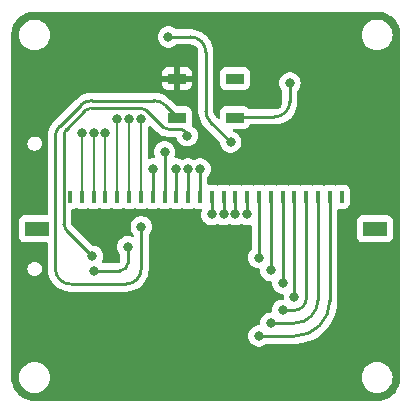
<source format=gtl>
%TF.GenerationSoftware,KiCad,Pcbnew,7.0.7*%
%TF.CreationDate,2023-12-07T16:32:09+01:00*%
%TF.ProjectId,SensitiveSole,53656e73-6974-4697-9665-536f6c652e6b,1.0*%
%TF.SameCoordinates,Original*%
%TF.FileFunction,Copper,L1,Top*%
%TF.FilePolarity,Positive*%
%FSLAX46Y46*%
G04 Gerber Fmt 4.6, Leading zero omitted, Abs format (unit mm)*
G04 Created by KiCad (PCBNEW 7.0.7) date 2023-12-07 16:32:09*
%MOMM*%
%LPD*%
G01*
G04 APERTURE LIST*
%TA.AperFunction,SMDPad,CuDef*%
%ADD10R,0.400000X1.000000*%
%TD*%
%TA.AperFunction,SMDPad,CuDef*%
%ADD11R,2.000000X1.300000*%
%TD*%
%TA.AperFunction,SMDPad,CuDef*%
%ADD12R,1.500000X0.900000*%
%TD*%
%TA.AperFunction,ViaPad*%
%ADD13C,0.800000*%
%TD*%
%TA.AperFunction,Conductor*%
%ADD14C,0.250000*%
%TD*%
%TA.AperFunction,Conductor*%
%ADD15C,0.200000*%
%TD*%
G04 APERTURE END LIST*
D10*
%TO.P,FPC1,1,Pin_1*%
%TO.N,unconnected-(FPC1-Pin_1-Pad1)*%
X125000000Y-102700000D03*
%TO.P,FPC1,2,Pin_2*%
%TO.N,/ROW0*%
X126000000Y-102700000D03*
%TO.P,FPC1,3,Pin_3*%
%TO.N,/ROW1*%
X127000000Y-102700000D03*
%TO.P,FPC1,4,Pin_4*%
%TO.N,/ROW2*%
X128000000Y-102700000D03*
%TO.P,FPC1,5,Pin_5*%
%TO.N,/ROW3*%
X129000000Y-102700000D03*
%TO.P,FPC1,6,Pin_6*%
%TO.N,/ROW4*%
X130000000Y-102700000D03*
%TO.P,FPC1,7,Pin_7*%
%TO.N,/ROW5*%
X131000000Y-102700000D03*
%TO.P,FPC1,8,Pin_8*%
%TO.N,/ROW6*%
X132000000Y-102700000D03*
%TO.P,FPC1,9,Pin_9*%
%TO.N,/ROW7*%
X133000000Y-102700000D03*
%TO.P,FPC1,10,Pin_10*%
%TO.N,/ROW8*%
X134000000Y-102700000D03*
%TO.P,FPC1,11,Pin_11*%
%TO.N,/ROW9*%
X135000000Y-102700000D03*
%TO.P,FPC1,12,Pin_12*%
%TO.N,/ROW10*%
X136000000Y-102700000D03*
%TO.P,FPC1,13,Pin_13*%
%TO.N,/ROW11*%
X137000000Y-102700000D03*
%TO.P,FPC1,14,Pin_14*%
%TO.N,/ROW12*%
X138000000Y-102700000D03*
%TO.P,FPC1,15,Pin_15*%
%TO.N,/ROW13*%
X139000000Y-102700000D03*
%TO.P,FPC1,16,Pin_16*%
%TO.N,/ROW14*%
X140000000Y-102700000D03*
%TO.P,FPC1,17,Pin_17*%
%TO.N,/COL6*%
X141000000Y-102700000D03*
%TO.P,FPC1,18,Pin_18*%
%TO.N,/COL5*%
X142000000Y-102700000D03*
%TO.P,FPC1,19,Pin_19*%
%TO.N,/COL4*%
X143000000Y-102700000D03*
%TO.P,FPC1,20,Pin_20*%
%TO.N,/COL3*%
X144000000Y-102700000D03*
%TO.P,FPC1,21,Pin_21*%
%TO.N,/COL2*%
X145000000Y-102700000D03*
%TO.P,FPC1,22,Pin_22*%
%TO.N,/COL1*%
X146000000Y-102700000D03*
%TO.P,FPC1,23,Pin_23*%
%TO.N,/COL0*%
X147000000Y-102700000D03*
%TO.P,FPC1,24,Pin_24*%
%TO.N,unconnected-(FPC1-Pin_24-Pad24)*%
X148000000Y-102700000D03*
D11*
%TO.P,FPC1,MP*%
%TO.N,N/C*%
X122200000Y-105400000D03*
X150800000Y-105400000D03*
%TD*%
D12*
%TO.P,D1,1,VSS*%
%TO.N,GND*%
X134050000Y-92700000D03*
%TO.P,D1,2,DIN*%
%TO.N,Net-(D1-DIN)*%
X134050000Y-96000000D03*
%TO.P,D1,3,VDD*%
%TO.N,Net-(D1-VDD)*%
X138950000Y-96000000D03*
%TO.P,D1,4,DOUT*%
%TO.N,unconnected-(D1-DOUT-Pad4)*%
X138950000Y-92700000D03*
%TD*%
D13*
%TO.N,GND*%
X122000014Y-95504000D03*
X149098000Y-92964000D03*
X132088000Y-113275000D03*
X139192000Y-106426000D03*
X130810000Y-90925000D03*
X149098000Y-101092000D03*
%TO.N,+3.3V*%
X138600000Y-98075000D03*
X129900000Y-106934000D03*
X127000000Y-108966000D03*
X133329517Y-89172500D03*
%TO.N,/IO2*%
X126900000Y-107749986D03*
X134910000Y-97532500D03*
%TO.N,/COL6*%
X141000000Y-107850000D03*
%TO.N,/COL5*%
X142000000Y-108933300D03*
%TO.N,/COL4*%
X143000000Y-110016700D03*
%TO.N,/COL3*%
X144000000Y-111208300D03*
%TO.N,/COL2*%
X143000000Y-112333300D03*
%TO.N,/COL1*%
X142000000Y-113416700D03*
%TO.N,/COL0*%
X141000000Y-114500000D03*
%TO.N,/ROW7*%
X133000000Y-98933000D03*
%TO.N,/ROW6*%
X132000000Y-100360000D03*
%TO.N,/ROW5*%
X131000000Y-96125000D03*
%TO.N,/ROW4*%
X130000000Y-96125000D03*
%TO.N,/ROW3*%
X129000000Y-96125000D03*
%TO.N,/ROW2*%
X128000000Y-97275000D03*
%TO.N,/ROW1*%
X127000000Y-97275000D03*
%TO.N,/ROW0*%
X126000000Y-97275000D03*
%TO.N,/ROW14*%
X140000000Y-104200000D03*
%TO.N,/ROW13*%
X139000000Y-104200000D03*
%TO.N,/ROW12*%
X138000000Y-104200000D03*
%TO.N,/ROW11*%
X137000000Y-104200000D03*
%TO.N,/ROW10*%
X136000000Y-100363500D03*
%TO.N,/ROW9*%
X135000000Y-100363500D03*
%TO.N,/ROW8*%
X134000000Y-100360000D03*
%TO.N,Net-(D1-VDD)*%
X143610000Y-93070000D03*
%TO.N,Net-(D1-DIN)*%
X131034000Y-105249986D03*
%TD*%
D14*
%TO.N,+3.3V*%
X136880761Y-96355761D02*
X138600000Y-98075000D01*
X127000000Y-108966000D02*
X129250000Y-108966000D01*
X136500000Y-90472500D02*
X136500000Y-95436522D01*
X133329517Y-89172500D02*
X135200000Y-89172500D01*
X129900000Y-108316000D02*
X129900000Y-106934000D01*
X129250000Y-108966000D02*
G75*
G03*
X129900000Y-108316000I0J650000D01*
G01*
X136500000Y-90472500D02*
G75*
G03*
X135200000Y-89172500I-1300000J0D01*
G01*
X136499985Y-95436522D02*
G75*
G03*
X136880762Y-96355760I1300015J22D01*
G01*
%TO.N,/IO2*%
X124475000Y-105055747D02*
X124475000Y-97487069D01*
X124665381Y-97027449D02*
X126296568Y-95396262D01*
X126900000Y-107749986D02*
X124665380Y-105515366D01*
X134910000Y-97532500D02*
X134910000Y-97532500D01*
X133327239Y-96990000D02*
X134367500Y-96990000D01*
X131464263Y-95396263D02*
X132867620Y-96799620D01*
X126756187Y-95205882D02*
X131004643Y-95205882D01*
X124474967Y-105055747D02*
G75*
G03*
X124665380Y-105515366I650033J47D01*
G01*
X132867601Y-96799639D02*
G75*
G03*
X133327239Y-96990000I459599J459639D01*
G01*
X131464245Y-95396281D02*
G75*
G03*
X131004643Y-95205882I-459645J-459619D01*
G01*
X134910000Y-97532500D02*
G75*
G03*
X134367500Y-96990000I-542500J0D01*
G01*
X124665397Y-97027465D02*
G75*
G03*
X124475000Y-97487069I459603J-459635D01*
G01*
X126756187Y-95205878D02*
G75*
G03*
X126296568Y-95396262I13J-650022D01*
G01*
%TO.N,/COL6*%
X141000000Y-102700000D02*
X141000000Y-107850000D01*
%TO.N,/COL5*%
X142000000Y-102700000D02*
X142000000Y-108933300D01*
%TO.N,/COL4*%
X143000000Y-102700000D02*
X143000000Y-110016700D01*
%TO.N,/COL3*%
X144000000Y-102700000D02*
X144000000Y-111208300D01*
%TO.N,/COL2*%
X143081100Y-112318800D02*
X144000000Y-112318800D01*
X145000000Y-111318800D02*
X145000000Y-102700000D01*
X144000000Y-112318800D02*
G75*
G03*
X145000000Y-111318800I0J1000000D01*
G01*
%TO.N,/COL1*%
X142072300Y-113411000D02*
X144000000Y-113411000D01*
X146000000Y-111411000D02*
X146000000Y-102700000D01*
X144000000Y-113411000D02*
G75*
G03*
X146000000Y-111411000I0J2000000D01*
G01*
%TO.N,/COL0*%
X141063400Y-114503200D02*
X144000000Y-114503200D01*
X147000000Y-111503200D02*
X147000000Y-102700000D01*
X144000000Y-114503200D02*
G75*
G03*
X147000000Y-111503200I0J3000000D01*
G01*
%TO.N,/ROW7*%
X133000000Y-102700000D02*
X133000000Y-98933000D01*
%TO.N,/ROW6*%
X132000000Y-102700000D02*
X132000000Y-100360000D01*
D15*
%TO.N,/ROW5*%
X131000000Y-102700000D02*
X131000000Y-96125000D01*
%TO.N,/ROW4*%
X130000000Y-102700000D02*
X130000000Y-96125000D01*
%TO.N,/ROW3*%
X129000000Y-102700000D02*
X129000000Y-96125000D01*
%TO.N,/ROW2*%
X128000000Y-102700000D02*
X128000000Y-97275000D01*
%TO.N,/ROW1*%
X127000000Y-102700000D02*
X127000000Y-97275000D01*
%TO.N,/ROW0*%
X126000000Y-102700000D02*
X126000000Y-97275000D01*
D14*
%TO.N,/ROW14*%
X140000000Y-104200000D02*
X140000000Y-102700000D01*
%TO.N,/ROW13*%
X139000000Y-102700000D02*
X139000000Y-104200000D01*
%TO.N,/ROW12*%
X138000000Y-102700000D02*
X138000000Y-104200000D01*
%TO.N,/ROW11*%
X137000000Y-102700000D02*
X137000000Y-104200000D01*
%TO.N,/ROW10*%
X136000000Y-102700000D02*
X136000000Y-100363500D01*
%TO.N,/ROW9*%
X135000000Y-102700000D02*
X135000000Y-100363500D01*
%TO.N,/ROW8*%
X134000000Y-102700000D02*
X134000000Y-100360000D01*
%TO.N,Net-(D1-VDD)*%
X143610000Y-93070000D02*
X143610000Y-94650000D01*
X142310000Y-95950000D02*
X138950000Y-95950000D01*
X142310000Y-95950000D02*
G75*
G03*
X143610000Y-94650000I0J1300000D01*
G01*
%TO.N,Net-(D1-DIN)*%
X126829976Y-94562455D02*
X132123977Y-94562455D01*
X123750000Y-108800000D02*
X123750000Y-97642431D01*
X124130761Y-96723192D02*
X125910737Y-94943216D01*
X131034000Y-105249986D02*
X131034000Y-108800000D01*
X133043216Y-94943216D02*
X134050000Y-95950000D01*
X129734000Y-110100000D02*
X125050000Y-110100000D01*
X123750000Y-108800000D02*
G75*
G03*
X125050000Y-110100000I1300000J0D01*
G01*
X129734000Y-110100000D02*
G75*
G03*
X131034000Y-108800000I0J1300000D01*
G01*
X126829976Y-94562422D02*
G75*
G03*
X125910737Y-94943216I24J-1299978D01*
G01*
X124130746Y-96723177D02*
G75*
G03*
X123750000Y-97642431I919254J-919223D01*
G01*
X133043237Y-94943195D02*
G75*
G03*
X132123977Y-94562455I-919237J-919305D01*
G01*
%TD*%
%TA.AperFunction,Conductor*%
%TO.N,GND*%
G36*
X151002038Y-87025618D02*
G01*
X151253686Y-87042114D01*
X151261722Y-87043172D01*
X151507061Y-87091974D01*
X151514898Y-87094073D01*
X151751767Y-87174482D01*
X151759267Y-87177589D01*
X151869904Y-87232148D01*
X151983618Y-87288226D01*
X151990642Y-87292283D01*
X152119094Y-87378111D01*
X152198632Y-87431257D01*
X152205068Y-87436196D01*
X152393133Y-87601126D01*
X152398873Y-87606866D01*
X152563803Y-87794931D01*
X152568744Y-87801369D01*
X152589642Y-87832645D01*
X152707716Y-88009357D01*
X152711776Y-88016387D01*
X152822410Y-88240732D01*
X152825517Y-88248232D01*
X152905924Y-88485097D01*
X152908025Y-88492939D01*
X152956826Y-88738275D01*
X152957886Y-88746323D01*
X152961467Y-88800944D01*
X152973372Y-88982568D01*
X152974381Y-88997952D01*
X152974514Y-89002009D01*
X152974514Y-117997949D01*
X152974381Y-118002005D01*
X152957889Y-118253653D01*
X152956829Y-118261702D01*
X152908031Y-118507037D01*
X152905929Y-118514879D01*
X152825525Y-118751749D01*
X152822418Y-118759249D01*
X152711784Y-118983597D01*
X152707725Y-118990628D01*
X152568755Y-119198615D01*
X152563812Y-119205056D01*
X152398883Y-119393124D01*
X152393143Y-119398865D01*
X152205078Y-119563796D01*
X152198636Y-119568739D01*
X151990653Y-119707710D01*
X151983622Y-119711769D01*
X151759272Y-119822409D01*
X151751771Y-119825516D01*
X151514906Y-119905922D01*
X151507064Y-119908023D01*
X151261727Y-119956826D01*
X151253678Y-119957886D01*
X151145298Y-119964990D01*
X151002465Y-119974353D01*
X150998417Y-119974486D01*
X122002050Y-119974486D01*
X121997995Y-119974353D01*
X121746342Y-119957861D01*
X121738292Y-119956801D01*
X121492970Y-119908003D01*
X121485128Y-119905902D01*
X121248251Y-119825496D01*
X121240755Y-119822391D01*
X121016408Y-119711755D01*
X121009379Y-119707697D01*
X120905386Y-119638211D01*
X120801390Y-119568724D01*
X120794958Y-119563788D01*
X120606884Y-119398852D01*
X120601145Y-119393113D01*
X120553128Y-119338360D01*
X120436209Y-119205039D01*
X120431277Y-119198611D01*
X120292301Y-118990618D01*
X120288246Y-118983596D01*
X120177604Y-118759236D01*
X120174505Y-118751754D01*
X120140800Y-118652460D01*
X120094097Y-118514871D01*
X120091996Y-118507029D01*
X120089528Y-118494625D01*
X120043196Y-118261694D01*
X120042138Y-118253657D01*
X120025647Y-118002004D01*
X120025581Y-118000001D01*
X120694546Y-118000001D01*
X120714378Y-118226686D01*
X120714380Y-118226697D01*
X120773272Y-118446488D01*
X120773275Y-118446497D01*
X120869445Y-118652732D01*
X120869446Y-118652734D01*
X120999968Y-118839141D01*
X121160872Y-119000045D01*
X121160875Y-119000047D01*
X121347280Y-119130568D01*
X121553518Y-119226739D01*
X121773322Y-119285635D01*
X121943230Y-119300500D01*
X122056798Y-119300500D01*
X122226706Y-119285635D01*
X122446510Y-119226739D01*
X122652748Y-119130568D01*
X122839153Y-119000047D01*
X123000061Y-118839139D01*
X123130582Y-118652734D01*
X123226753Y-118446496D01*
X123285649Y-118226692D01*
X123305482Y-118000001D01*
X149694532Y-118000001D01*
X149714364Y-118226686D01*
X149714366Y-118226697D01*
X149773258Y-118446488D01*
X149773261Y-118446497D01*
X149869431Y-118652732D01*
X149869432Y-118652734D01*
X149999954Y-118839141D01*
X150160858Y-119000045D01*
X150160861Y-119000047D01*
X150347266Y-119130568D01*
X150553504Y-119226739D01*
X150773308Y-119285635D01*
X150943216Y-119300500D01*
X151056784Y-119300500D01*
X151226692Y-119285635D01*
X151446496Y-119226739D01*
X151652734Y-119130568D01*
X151839139Y-119000047D01*
X152000047Y-118839139D01*
X152130568Y-118652734D01*
X152226739Y-118446496D01*
X152285635Y-118226692D01*
X152305468Y-118000000D01*
X152285635Y-117773308D01*
X152226739Y-117553504D01*
X152130568Y-117347266D01*
X152000047Y-117160861D01*
X152000045Y-117160858D01*
X151839141Y-116999954D01*
X151652734Y-116869432D01*
X151652732Y-116869431D01*
X151446497Y-116773261D01*
X151446488Y-116773258D01*
X151226697Y-116714366D01*
X151226687Y-116714364D01*
X151056784Y-116699500D01*
X150943216Y-116699500D01*
X150773312Y-116714364D01*
X150773302Y-116714366D01*
X150553511Y-116773258D01*
X150553502Y-116773261D01*
X150347267Y-116869431D01*
X150347265Y-116869432D01*
X150160858Y-116999954D01*
X149999954Y-117160858D01*
X149869432Y-117347265D01*
X149869431Y-117347267D01*
X149773261Y-117553502D01*
X149773258Y-117553511D01*
X149714366Y-117773302D01*
X149714364Y-117773313D01*
X149694532Y-117999998D01*
X149694532Y-118000001D01*
X123305482Y-118000001D01*
X123305482Y-118000000D01*
X123285649Y-117773308D01*
X123226753Y-117553504D01*
X123130582Y-117347266D01*
X123000061Y-117160861D01*
X123000059Y-117160858D01*
X122839155Y-116999954D01*
X122652748Y-116869432D01*
X122652746Y-116869431D01*
X122446511Y-116773261D01*
X122446502Y-116773258D01*
X122226711Y-116714366D01*
X122226701Y-116714364D01*
X122056798Y-116699500D01*
X121943230Y-116699500D01*
X121773326Y-116714364D01*
X121773316Y-116714366D01*
X121553525Y-116773258D01*
X121553516Y-116773261D01*
X121347281Y-116869431D01*
X121347279Y-116869432D01*
X121160872Y-116999954D01*
X120999968Y-117160858D01*
X120869446Y-117347265D01*
X120869445Y-117347267D01*
X120773275Y-117553502D01*
X120773272Y-117553511D01*
X120714380Y-117773302D01*
X120714378Y-117773313D01*
X120694546Y-117999998D01*
X120694546Y-118000001D01*
X120025581Y-118000001D01*
X120025514Y-117997949D01*
X120025514Y-108799987D01*
X121394332Y-108799987D01*
X121414969Y-108956746D01*
X121414970Y-108956748D01*
X121475478Y-109102827D01*
X121571732Y-109228268D01*
X121697173Y-109324522D01*
X121843252Y-109385030D01*
X121960653Y-109400486D01*
X121960660Y-109400486D01*
X122039368Y-109400486D01*
X122039375Y-109400486D01*
X122156776Y-109385030D01*
X122302855Y-109324522D01*
X122428296Y-109228268D01*
X122524550Y-109102827D01*
X122585058Y-108956748D01*
X122605696Y-108799986D01*
X122605239Y-108796517D01*
X122585058Y-108643225D01*
X122585058Y-108643224D01*
X122524550Y-108497145D01*
X122428296Y-108371704D01*
X122302855Y-108275450D01*
X122156776Y-108214942D01*
X122156774Y-108214941D01*
X122039384Y-108199487D01*
X122039381Y-108199486D01*
X122039375Y-108199486D01*
X121960653Y-108199486D01*
X121960647Y-108199486D01*
X121960643Y-108199487D01*
X121843253Y-108214941D01*
X121843251Y-108214942D01*
X121697174Y-108275449D01*
X121571732Y-108371704D01*
X121475477Y-108497146D01*
X121414970Y-108643223D01*
X121414969Y-108643225D01*
X121394332Y-108799984D01*
X121394332Y-108799987D01*
X120025514Y-108799987D01*
X120025514Y-106098654D01*
X120691500Y-106098654D01*
X120698011Y-106159202D01*
X120698011Y-106159204D01*
X120733793Y-106255135D01*
X120749111Y-106296204D01*
X120836739Y-106413261D01*
X120953796Y-106500889D01*
X121090799Y-106551989D01*
X121118050Y-106554918D01*
X121151345Y-106558499D01*
X121151362Y-106558500D01*
X122992500Y-106558500D01*
X123059539Y-106578185D01*
X123105294Y-106630989D01*
X123116500Y-106682500D01*
X123116500Y-108926728D01*
X123149581Y-109178013D01*
X123215183Y-109422841D01*
X123312173Y-109656996D01*
X123312178Y-109657007D01*
X123438899Y-109876492D01*
X123438910Y-109876508D01*
X123593196Y-110077579D01*
X123593202Y-110077586D01*
X123772413Y-110256797D01*
X123772419Y-110256802D01*
X123973500Y-110411096D01*
X123973507Y-110411100D01*
X124192992Y-110537821D01*
X124192997Y-110537823D01*
X124193000Y-110537825D01*
X124427163Y-110634818D01*
X124671983Y-110700418D01*
X124860449Y-110725229D01*
X124923271Y-110733500D01*
X124923272Y-110733500D01*
X129860729Y-110733500D01*
X129910985Y-110726883D01*
X130112017Y-110700418D01*
X130356837Y-110634818D01*
X130591000Y-110537825D01*
X130810500Y-110411096D01*
X131011581Y-110256802D01*
X131190802Y-110077581D01*
X131345096Y-109876500D01*
X131471825Y-109657000D01*
X131568818Y-109422837D01*
X131634418Y-109178017D01*
X131667500Y-108926728D01*
X131667500Y-108800000D01*
X131667500Y-108723079D01*
X131667499Y-105951743D01*
X131687184Y-105884705D01*
X131699349Y-105868772D01*
X131717631Y-105848466D01*
X131773040Y-105786930D01*
X131868527Y-105621542D01*
X131927542Y-105439914D01*
X131947504Y-105249986D01*
X131927542Y-105060058D01*
X131868527Y-104878430D01*
X131773040Y-104713042D01*
X131645253Y-104571120D01*
X131490752Y-104458868D01*
X131316288Y-104381192D01*
X131316286Y-104381191D01*
X131129487Y-104341486D01*
X130938513Y-104341486D01*
X130751714Y-104381191D01*
X130577246Y-104458869D01*
X130422745Y-104571121D01*
X130294959Y-104713043D01*
X130199473Y-104878429D01*
X130199470Y-104878436D01*
X130141792Y-105055951D01*
X130140458Y-105060058D01*
X130120496Y-105249986D01*
X130140458Y-105439914D01*
X130140459Y-105439917D01*
X130199470Y-105621535D01*
X130199473Y-105621542D01*
X130294960Y-105786930D01*
X130360822Y-105860077D01*
X130368649Y-105868770D01*
X130398879Y-105931761D01*
X130400499Y-105951742D01*
X130400499Y-105971416D01*
X130380814Y-106038455D01*
X130328010Y-106084210D01*
X130258852Y-106094154D01*
X130226065Y-106084696D01*
X130182289Y-106065206D01*
X130182286Y-106065205D01*
X129995487Y-106025500D01*
X129804513Y-106025500D01*
X129617714Y-106065205D01*
X129443246Y-106142883D01*
X129288745Y-106255135D01*
X129160959Y-106397057D01*
X129065473Y-106562443D01*
X129065470Y-106562450D01*
X129026464Y-106682500D01*
X129006458Y-106744072D01*
X128986496Y-106934000D01*
X129006458Y-107123928D01*
X129006459Y-107123931D01*
X129065470Y-107305549D01*
X129065473Y-107305556D01*
X129160960Y-107470944D01*
X129226822Y-107544091D01*
X129234649Y-107552784D01*
X129264879Y-107615775D01*
X129266499Y-107635756D01*
X129266499Y-108208500D01*
X129246814Y-108275539D01*
X129194010Y-108321294D01*
X129142499Y-108332500D01*
X127827504Y-108332500D01*
X127760465Y-108312815D01*
X127714710Y-108260011D01*
X127704766Y-108190853D01*
X127720117Y-108146500D01*
X127734527Y-108121542D01*
X127793542Y-107939914D01*
X127813504Y-107749986D01*
X127793542Y-107560058D01*
X127734527Y-107378430D01*
X127639040Y-107213042D01*
X127511253Y-107071120D01*
X127356752Y-106958868D01*
X127182288Y-106881192D01*
X127182286Y-106881191D01*
X126995487Y-106841486D01*
X126938766Y-106841486D01*
X126871727Y-106821801D01*
X126851085Y-106805167D01*
X126017334Y-105971416D01*
X125170526Y-105124607D01*
X125170484Y-105124559D01*
X125144822Y-105098899D01*
X125111335Y-105037577D01*
X125108500Y-105011215D01*
X125108500Y-103832500D01*
X125128185Y-103765461D01*
X125180989Y-103719706D01*
X125232500Y-103708500D01*
X125248638Y-103708500D01*
X125248654Y-103708499D01*
X125275692Y-103705591D01*
X125309201Y-103701989D01*
X125309205Y-103701987D01*
X125309207Y-103701987D01*
X125454514Y-103647790D01*
X125455599Y-103650700D01*
X125508805Y-103639108D01*
X125544786Y-103649669D01*
X125545488Y-103647790D01*
X125553795Y-103650888D01*
X125553796Y-103650889D01*
X125633499Y-103680617D01*
X125690793Y-103701987D01*
X125690799Y-103701989D01*
X125718050Y-103704918D01*
X125751345Y-103708499D01*
X125751362Y-103708500D01*
X126248638Y-103708500D01*
X126248654Y-103708499D01*
X126275692Y-103705591D01*
X126309201Y-103701989D01*
X126309205Y-103701987D01*
X126309207Y-103701987D01*
X126454514Y-103647790D01*
X126455599Y-103650700D01*
X126508805Y-103639108D01*
X126544784Y-103649672D01*
X126545486Y-103647790D01*
X126690792Y-103701987D01*
X126690795Y-103701987D01*
X126690799Y-103701989D01*
X126720270Y-103705157D01*
X126751345Y-103708499D01*
X126751362Y-103708500D01*
X127248638Y-103708500D01*
X127248654Y-103708499D01*
X127275692Y-103705591D01*
X127309201Y-103701989D01*
X127309205Y-103701987D01*
X127309207Y-103701987D01*
X127454514Y-103647790D01*
X127455599Y-103650700D01*
X127508805Y-103639108D01*
X127544786Y-103649669D01*
X127545488Y-103647790D01*
X127553795Y-103650888D01*
X127553796Y-103650889D01*
X127633499Y-103680617D01*
X127690793Y-103701987D01*
X127690799Y-103701989D01*
X127718050Y-103704918D01*
X127751345Y-103708499D01*
X127751362Y-103708500D01*
X128248638Y-103708500D01*
X128248654Y-103708499D01*
X128275692Y-103705591D01*
X128309201Y-103701989D01*
X128309205Y-103701987D01*
X128309207Y-103701987D01*
X128454514Y-103647790D01*
X128455599Y-103650700D01*
X128508805Y-103639108D01*
X128544784Y-103649672D01*
X128545486Y-103647790D01*
X128690792Y-103701987D01*
X128690795Y-103701987D01*
X128690799Y-103701989D01*
X128720270Y-103705157D01*
X128751345Y-103708499D01*
X128751362Y-103708500D01*
X129248638Y-103708500D01*
X129248654Y-103708499D01*
X129275692Y-103705591D01*
X129309201Y-103701989D01*
X129309205Y-103701987D01*
X129309207Y-103701987D01*
X129454514Y-103647790D01*
X129455599Y-103650700D01*
X129508805Y-103639108D01*
X129544786Y-103649669D01*
X129545488Y-103647790D01*
X129553795Y-103650888D01*
X129553796Y-103650889D01*
X129633499Y-103680617D01*
X129690793Y-103701987D01*
X129690799Y-103701989D01*
X129718050Y-103704918D01*
X129751345Y-103708499D01*
X129751362Y-103708500D01*
X130248638Y-103708500D01*
X130248654Y-103708499D01*
X130275692Y-103705591D01*
X130309201Y-103701989D01*
X130309205Y-103701987D01*
X130309207Y-103701987D01*
X130454514Y-103647790D01*
X130455599Y-103650700D01*
X130508805Y-103639108D01*
X130544784Y-103649672D01*
X130545486Y-103647790D01*
X130690792Y-103701987D01*
X130690795Y-103701987D01*
X130690799Y-103701989D01*
X130720270Y-103705157D01*
X130751345Y-103708499D01*
X130751362Y-103708500D01*
X131248638Y-103708500D01*
X131248654Y-103708499D01*
X131275692Y-103705591D01*
X131309201Y-103701989D01*
X131309205Y-103701987D01*
X131309207Y-103701987D01*
X131454514Y-103647790D01*
X131455599Y-103650700D01*
X131508805Y-103639108D01*
X131544786Y-103649669D01*
X131545488Y-103647790D01*
X131553795Y-103650888D01*
X131553796Y-103650889D01*
X131633499Y-103680617D01*
X131690793Y-103701987D01*
X131690799Y-103701989D01*
X131718050Y-103704918D01*
X131751345Y-103708499D01*
X131751362Y-103708500D01*
X132248638Y-103708500D01*
X132248654Y-103708499D01*
X132275692Y-103705591D01*
X132309201Y-103701989D01*
X132309205Y-103701987D01*
X132309207Y-103701987D01*
X132454514Y-103647790D01*
X132455599Y-103650700D01*
X132508805Y-103639108D01*
X132544784Y-103649672D01*
X132545486Y-103647790D01*
X132690792Y-103701987D01*
X132690795Y-103701987D01*
X132690799Y-103701989D01*
X132720270Y-103705157D01*
X132751345Y-103708499D01*
X132751362Y-103708500D01*
X133248638Y-103708500D01*
X133248654Y-103708499D01*
X133275692Y-103705591D01*
X133309201Y-103701989D01*
X133309205Y-103701987D01*
X133309207Y-103701987D01*
X133454514Y-103647790D01*
X133455599Y-103650700D01*
X133508805Y-103639108D01*
X133544786Y-103649669D01*
X133545488Y-103647790D01*
X133553795Y-103650888D01*
X133553796Y-103650889D01*
X133633499Y-103680617D01*
X133690793Y-103701987D01*
X133690799Y-103701989D01*
X133718050Y-103704918D01*
X133751345Y-103708499D01*
X133751362Y-103708500D01*
X134248638Y-103708500D01*
X134248654Y-103708499D01*
X134275692Y-103705591D01*
X134309201Y-103701989D01*
X134309205Y-103701987D01*
X134309207Y-103701987D01*
X134454514Y-103647790D01*
X134455599Y-103650700D01*
X134508805Y-103639108D01*
X134544784Y-103649672D01*
X134545486Y-103647790D01*
X134690792Y-103701987D01*
X134690795Y-103701987D01*
X134690799Y-103701989D01*
X134720270Y-103705157D01*
X134751345Y-103708499D01*
X134751362Y-103708500D01*
X135248638Y-103708500D01*
X135248654Y-103708499D01*
X135275692Y-103705591D01*
X135309201Y-103701989D01*
X135309205Y-103701987D01*
X135309207Y-103701987D01*
X135454514Y-103647790D01*
X135455599Y-103650700D01*
X135508805Y-103639108D01*
X135544784Y-103649672D01*
X135545486Y-103647790D01*
X135690792Y-103701987D01*
X135690795Y-103701987D01*
X135690799Y-103701989D01*
X135720270Y-103705157D01*
X135751345Y-103708499D01*
X135751362Y-103708500D01*
X136033773Y-103708500D01*
X136100812Y-103728185D01*
X136146567Y-103780989D01*
X136156511Y-103850147D01*
X136151704Y-103870818D01*
X136106459Y-104010068D01*
X136106458Y-104010072D01*
X136086496Y-104200000D01*
X136106458Y-104389928D01*
X136106459Y-104389931D01*
X136165470Y-104571549D01*
X136165473Y-104571556D01*
X136260960Y-104736944D01*
X136363290Y-104850593D01*
X136388353Y-104878429D01*
X136388747Y-104878866D01*
X136543248Y-104991118D01*
X136717712Y-105068794D01*
X136904513Y-105108500D01*
X137095487Y-105108500D01*
X137282288Y-105068794D01*
X137449567Y-104994316D01*
X137518815Y-104985033D01*
X137550429Y-104994315D01*
X137717712Y-105068794D01*
X137904513Y-105108500D01*
X138095487Y-105108500D01*
X138282288Y-105068794D01*
X138449567Y-104994316D01*
X138518815Y-104985033D01*
X138550429Y-104994315D01*
X138717712Y-105068794D01*
X138904513Y-105108500D01*
X139095487Y-105108500D01*
X139282288Y-105068794D01*
X139449567Y-104994316D01*
X139518815Y-104985033D01*
X139550429Y-104994315D01*
X139717712Y-105068794D01*
X139904513Y-105108500D01*
X140095487Y-105108500D01*
X140216719Y-105082731D01*
X140286386Y-105088047D01*
X140342120Y-105130184D01*
X140366225Y-105195763D01*
X140366500Y-105204021D01*
X140366500Y-107148241D01*
X140346815Y-107215280D01*
X140334650Y-107231213D01*
X140260963Y-107313050D01*
X140260958Y-107313057D01*
X140165473Y-107478443D01*
X140165470Y-107478450D01*
X140106459Y-107660068D01*
X140106458Y-107660072D01*
X140086496Y-107850000D01*
X140106458Y-108039928D01*
X140106459Y-108039931D01*
X140165470Y-108221549D01*
X140165473Y-108221556D01*
X140260960Y-108386944D01*
X140388747Y-108528866D01*
X140543248Y-108641118D01*
X140717712Y-108718794D01*
X140904513Y-108758500D01*
X140967152Y-108758500D01*
X141034191Y-108778185D01*
X141079946Y-108830989D01*
X141090472Y-108895460D01*
X141086496Y-108933300D01*
X141106458Y-109123228D01*
X141106459Y-109123231D01*
X141165470Y-109304849D01*
X141165473Y-109304856D01*
X141260960Y-109470244D01*
X141388747Y-109612166D01*
X141543248Y-109724418D01*
X141717712Y-109802094D01*
X141904513Y-109841800D01*
X141967163Y-109841800D01*
X142034202Y-109861485D01*
X142079957Y-109914289D01*
X142090483Y-109978759D01*
X142086496Y-110016700D01*
X142106458Y-110206628D01*
X142106459Y-110206631D01*
X142165470Y-110388249D01*
X142165473Y-110388256D01*
X142260960Y-110553644D01*
X142388747Y-110695566D01*
X142543248Y-110807818D01*
X142717712Y-110885494D01*
X142904513Y-110925200D01*
X142978535Y-110925200D01*
X143045574Y-110944885D01*
X143091329Y-110997689D01*
X143101856Y-111062161D01*
X143086496Y-111208300D01*
X143094856Y-111287839D01*
X143082286Y-111356569D01*
X143034554Y-111407592D01*
X142971535Y-111424800D01*
X142904513Y-111424800D01*
X142717714Y-111464505D01*
X142543246Y-111542183D01*
X142388745Y-111654435D01*
X142260959Y-111796357D01*
X142165473Y-111961743D01*
X142165470Y-111961750D01*
X142106459Y-112143368D01*
X142106458Y-112143372D01*
X142086496Y-112333300D01*
X142090483Y-112371240D01*
X142077915Y-112439968D01*
X142030183Y-112490992D01*
X141967163Y-112508200D01*
X141904513Y-112508200D01*
X141717714Y-112547905D01*
X141543246Y-112625583D01*
X141388745Y-112737835D01*
X141260959Y-112879757D01*
X141165473Y-113045143D01*
X141165470Y-113045150D01*
X141106459Y-113226768D01*
X141106458Y-113226772D01*
X141091042Y-113373445D01*
X141086496Y-113416700D01*
X141090473Y-113454539D01*
X141077903Y-113523269D01*
X141030171Y-113574293D01*
X140967152Y-113591500D01*
X140904513Y-113591500D01*
X140717714Y-113631205D01*
X140543246Y-113708883D01*
X140388745Y-113821135D01*
X140260959Y-113963057D01*
X140165473Y-114128443D01*
X140165470Y-114128450D01*
X140106459Y-114310068D01*
X140106458Y-114310072D01*
X140086496Y-114500000D01*
X140106458Y-114689928D01*
X140106459Y-114689931D01*
X140165470Y-114871549D01*
X140165473Y-114871556D01*
X140260960Y-115036944D01*
X140319271Y-115101705D01*
X140387719Y-115177725D01*
X140388747Y-115178866D01*
X140543248Y-115291118D01*
X140717712Y-115368794D01*
X140904513Y-115408500D01*
X141095487Y-115408500D01*
X141282288Y-115368794D01*
X141456752Y-115291118D01*
X141611253Y-115178866D01*
X141612280Y-115177724D01*
X141613040Y-115177256D01*
X141616083Y-115174517D01*
X141616584Y-115175073D01*
X141671768Y-115141078D01*
X141704428Y-115136700D01*
X144178499Y-115136700D01*
X144178502Y-115136700D01*
X144533788Y-115101707D01*
X144707099Y-115067233D01*
X144883912Y-115032064D01*
X144883923Y-115032061D01*
X144883923Y-115032060D01*
X144883933Y-115032059D01*
X145225566Y-114928426D01*
X145555395Y-114791806D01*
X145870245Y-114623515D01*
X146167084Y-114425174D01*
X146443052Y-114198693D01*
X146695493Y-113946252D01*
X146921974Y-113670284D01*
X147120315Y-113373445D01*
X147288606Y-113058595D01*
X147425226Y-112728766D01*
X147528859Y-112387133D01*
X147528860Y-112387123D01*
X147528864Y-112387112D01*
X147577346Y-112143372D01*
X147598507Y-112036988D01*
X147633500Y-111681702D01*
X147633500Y-111503200D01*
X147633500Y-111426279D01*
X147633500Y-106098654D01*
X149291500Y-106098654D01*
X149298011Y-106159202D01*
X149298011Y-106159204D01*
X149333793Y-106255135D01*
X149349111Y-106296204D01*
X149436739Y-106413261D01*
X149553796Y-106500889D01*
X149690799Y-106551989D01*
X149718050Y-106554918D01*
X149751345Y-106558499D01*
X149751362Y-106558500D01*
X151848638Y-106558500D01*
X151848654Y-106558499D01*
X151875692Y-106555591D01*
X151909201Y-106551989D01*
X152046204Y-106500889D01*
X152163261Y-106413261D01*
X152250889Y-106296204D01*
X152301989Y-106159201D01*
X152305591Y-106125692D01*
X152308499Y-106098654D01*
X152308499Y-106098647D01*
X152308500Y-106098638D01*
X152308500Y-104701362D01*
X152308499Y-104701352D01*
X152308499Y-104701345D01*
X152305157Y-104670270D01*
X152301989Y-104640799D01*
X152250889Y-104503796D01*
X152163261Y-104386739D01*
X152046204Y-104299111D01*
X152046204Y-104299110D01*
X151909203Y-104248011D01*
X151848654Y-104241500D01*
X151848638Y-104241500D01*
X149751362Y-104241500D01*
X149751345Y-104241500D01*
X149690797Y-104248011D01*
X149690795Y-104248011D01*
X149553795Y-104299111D01*
X149436739Y-104386739D01*
X149349111Y-104503795D01*
X149298011Y-104640795D01*
X149298011Y-104640797D01*
X149291500Y-104701345D01*
X149291500Y-106098654D01*
X147633500Y-106098654D01*
X147633500Y-103832499D01*
X147653185Y-103765461D01*
X147705989Y-103719706D01*
X147757500Y-103708500D01*
X148248638Y-103708500D01*
X148248654Y-103708499D01*
X148275692Y-103705591D01*
X148309201Y-103701989D01*
X148309207Y-103701987D01*
X148323768Y-103696555D01*
X148446204Y-103650889D01*
X148563261Y-103563261D01*
X148650889Y-103446204D01*
X148701989Y-103309201D01*
X148705591Y-103275692D01*
X148708499Y-103248654D01*
X148708500Y-103248637D01*
X148708500Y-102151362D01*
X148708499Y-102151345D01*
X148705157Y-102120270D01*
X148701989Y-102090799D01*
X148650889Y-101953796D01*
X148563261Y-101836739D01*
X148446204Y-101749111D01*
X148446203Y-101749110D01*
X148309203Y-101698011D01*
X148248654Y-101691500D01*
X148248638Y-101691500D01*
X147751362Y-101691500D01*
X147751345Y-101691500D01*
X147690797Y-101698011D01*
X147690795Y-101698011D01*
X147545488Y-101752210D01*
X147544405Y-101749308D01*
X147491126Y-101760886D01*
X147455209Y-101750340D01*
X147454512Y-101752210D01*
X147446204Y-101749111D01*
X147418642Y-101738830D01*
X147309203Y-101698011D01*
X147248654Y-101691500D01*
X147248638Y-101691500D01*
X146751362Y-101691500D01*
X146751345Y-101691500D01*
X146690797Y-101698011D01*
X146690795Y-101698011D01*
X146545488Y-101752210D01*
X146544405Y-101749308D01*
X146491126Y-101760886D01*
X146455209Y-101750340D01*
X146454512Y-101752210D01*
X146446204Y-101749111D01*
X146418642Y-101738830D01*
X146309203Y-101698011D01*
X146248654Y-101691500D01*
X146248638Y-101691500D01*
X145751362Y-101691500D01*
X145751345Y-101691500D01*
X145690797Y-101698011D01*
X145690795Y-101698011D01*
X145545488Y-101752210D01*
X145544405Y-101749308D01*
X145491126Y-101760886D01*
X145455209Y-101750340D01*
X145454512Y-101752210D01*
X145446204Y-101749111D01*
X145418642Y-101738830D01*
X145309203Y-101698011D01*
X145248654Y-101691500D01*
X145248638Y-101691500D01*
X144751362Y-101691500D01*
X144751345Y-101691500D01*
X144690797Y-101698011D01*
X144690795Y-101698011D01*
X144545488Y-101752210D01*
X144544405Y-101749308D01*
X144491126Y-101760886D01*
X144455209Y-101750340D01*
X144454512Y-101752210D01*
X144446204Y-101749111D01*
X144418642Y-101738830D01*
X144309203Y-101698011D01*
X144248654Y-101691500D01*
X144248638Y-101691500D01*
X143751362Y-101691500D01*
X143751345Y-101691500D01*
X143690797Y-101698011D01*
X143690795Y-101698011D01*
X143545488Y-101752210D01*
X143544405Y-101749308D01*
X143491126Y-101760886D01*
X143455209Y-101750340D01*
X143454512Y-101752210D01*
X143446204Y-101749111D01*
X143418642Y-101738830D01*
X143309203Y-101698011D01*
X143248654Y-101691500D01*
X143248638Y-101691500D01*
X142751362Y-101691500D01*
X142751345Y-101691500D01*
X142690797Y-101698011D01*
X142690795Y-101698011D01*
X142545488Y-101752210D01*
X142544405Y-101749308D01*
X142491126Y-101760886D01*
X142455209Y-101750340D01*
X142454512Y-101752210D01*
X142446204Y-101749111D01*
X142418642Y-101738830D01*
X142309203Y-101698011D01*
X142248654Y-101691500D01*
X142248638Y-101691500D01*
X141751362Y-101691500D01*
X141751345Y-101691500D01*
X141690797Y-101698011D01*
X141690795Y-101698011D01*
X141545488Y-101752210D01*
X141544405Y-101749308D01*
X141491126Y-101760886D01*
X141455209Y-101750340D01*
X141454512Y-101752210D01*
X141446204Y-101749111D01*
X141418642Y-101738830D01*
X141309203Y-101698011D01*
X141248654Y-101691500D01*
X141248638Y-101691500D01*
X140751362Y-101691500D01*
X140751345Y-101691500D01*
X140690797Y-101698011D01*
X140690795Y-101698011D01*
X140545488Y-101752210D01*
X140544405Y-101749308D01*
X140491126Y-101760886D01*
X140455209Y-101750340D01*
X140454512Y-101752210D01*
X140446204Y-101749111D01*
X140418642Y-101738830D01*
X140309203Y-101698011D01*
X140248654Y-101691500D01*
X140248638Y-101691500D01*
X139751362Y-101691500D01*
X139751345Y-101691500D01*
X139690797Y-101698011D01*
X139690795Y-101698011D01*
X139545488Y-101752210D01*
X139544405Y-101749308D01*
X139491126Y-101760886D01*
X139455209Y-101750340D01*
X139454512Y-101752210D01*
X139446204Y-101749111D01*
X139418642Y-101738830D01*
X139309203Y-101698011D01*
X139248654Y-101691500D01*
X139248638Y-101691500D01*
X138751362Y-101691500D01*
X138751345Y-101691500D01*
X138690797Y-101698011D01*
X138690795Y-101698011D01*
X138545488Y-101752210D01*
X138544405Y-101749308D01*
X138491126Y-101760886D01*
X138455209Y-101750340D01*
X138454512Y-101752210D01*
X138446204Y-101749111D01*
X138418642Y-101738830D01*
X138309203Y-101698011D01*
X138248654Y-101691500D01*
X138248638Y-101691500D01*
X137751362Y-101691500D01*
X137751345Y-101691500D01*
X137690797Y-101698011D01*
X137690795Y-101698011D01*
X137545488Y-101752210D01*
X137544405Y-101749308D01*
X137491126Y-101760886D01*
X137455209Y-101750340D01*
X137454512Y-101752210D01*
X137446204Y-101749111D01*
X137418642Y-101738830D01*
X137309203Y-101698011D01*
X137248654Y-101691500D01*
X137248638Y-101691500D01*
X136757500Y-101691500D01*
X136690461Y-101671815D01*
X136644706Y-101619011D01*
X136633500Y-101567500D01*
X136633500Y-101065256D01*
X136653185Y-100998217D01*
X136665346Y-100982288D01*
X136739040Y-100900444D01*
X136834527Y-100735056D01*
X136893542Y-100553428D01*
X136913504Y-100363500D01*
X136893542Y-100173572D01*
X136834527Y-99991944D01*
X136739040Y-99826556D01*
X136611253Y-99684634D01*
X136456752Y-99572382D01*
X136282288Y-99494706D01*
X136282286Y-99494705D01*
X136095487Y-99455000D01*
X135904513Y-99455000D01*
X135717713Y-99494705D01*
X135717710Y-99494706D01*
X135550434Y-99569181D01*
X135481184Y-99578465D01*
X135449566Y-99569181D01*
X135282289Y-99494706D01*
X135282286Y-99494705D01*
X135095487Y-99455000D01*
X134904513Y-99455000D01*
X134717714Y-99494705D01*
X134554366Y-99567432D01*
X134485116Y-99576716D01*
X134453496Y-99567432D01*
X134367036Y-99528938D01*
X134282288Y-99491206D01*
X134282286Y-99491205D01*
X134095487Y-99451500D01*
X133957454Y-99451500D01*
X133890415Y-99431815D01*
X133844660Y-99379011D01*
X133834716Y-99309853D01*
X133839523Y-99289182D01*
X133860353Y-99225071D01*
X133893542Y-99122928D01*
X133913504Y-98933000D01*
X133893542Y-98743072D01*
X133834527Y-98561444D01*
X133739040Y-98396056D01*
X133611253Y-98254134D01*
X133456752Y-98141882D01*
X133282288Y-98064206D01*
X133282286Y-98064205D01*
X133095487Y-98024500D01*
X132904513Y-98024500D01*
X132717714Y-98064205D01*
X132543246Y-98141883D01*
X132388745Y-98254135D01*
X132260959Y-98396057D01*
X132165473Y-98561443D01*
X132165470Y-98561450D01*
X132143760Y-98628268D01*
X132106458Y-98743072D01*
X132086496Y-98933000D01*
X132106458Y-99122928D01*
X132106459Y-99122931D01*
X132160477Y-99289182D01*
X132162472Y-99359023D01*
X132126392Y-99418856D01*
X132063691Y-99449684D01*
X132042546Y-99451500D01*
X131904513Y-99451500D01*
X131758281Y-99482582D01*
X131688613Y-99477266D01*
X131632880Y-99435129D01*
X131608775Y-99369549D01*
X131608500Y-99361292D01*
X131608500Y-96854522D01*
X131628185Y-96787483D01*
X131640350Y-96771550D01*
X131649745Y-96761116D01*
X131696617Y-96709059D01*
X131756102Y-96672411D01*
X131825959Y-96673741D01*
X131876447Y-96704351D01*
X132362662Y-97190566D01*
X132362710Y-97190620D01*
X132383347Y-97211256D01*
X132383392Y-97211339D01*
X132491096Y-97319034D01*
X132491098Y-97319035D01*
X132491100Y-97319037D01*
X132654552Y-97437780D01*
X132834569Y-97529492D01*
X132834571Y-97529492D01*
X132834574Y-97529494D01*
X132904970Y-97552362D01*
X133026715Y-97591913D01*
X133226261Y-97623506D01*
X133327277Y-97623500D01*
X133895017Y-97623500D01*
X133962056Y-97643185D01*
X134007811Y-97695989D01*
X134016307Y-97721718D01*
X134016457Y-97722427D01*
X134075470Y-97904049D01*
X134075473Y-97904056D01*
X134170960Y-98069444D01*
X134273290Y-98183093D01*
X134288498Y-98199984D01*
X134298747Y-98211366D01*
X134453248Y-98323618D01*
X134627712Y-98401294D01*
X134814513Y-98441000D01*
X135005487Y-98441000D01*
X135192288Y-98401294D01*
X135366752Y-98323618D01*
X135521253Y-98211366D01*
X135649040Y-98069444D01*
X135744527Y-97904056D01*
X135803542Y-97722428D01*
X135823504Y-97532500D01*
X135803542Y-97342572D01*
X135744527Y-97160944D01*
X135649040Y-96995556D01*
X135521253Y-96853634D01*
X135366752Y-96741382D01*
X135359412Y-96738114D01*
X135306176Y-96692862D01*
X135285857Y-96626013D01*
X135293669Y-96581505D01*
X135301989Y-96559201D01*
X135304002Y-96540469D01*
X135308499Y-96498654D01*
X135308500Y-96498637D01*
X135308500Y-95501362D01*
X135308499Y-95501345D01*
X135305157Y-95470270D01*
X135301989Y-95440799D01*
X135301576Y-95439693D01*
X135279522Y-95380564D01*
X135250889Y-95303796D01*
X135163261Y-95186739D01*
X135046204Y-95099111D01*
X134982730Y-95075436D01*
X134909203Y-95048011D01*
X134848654Y-95041500D01*
X134848638Y-95041500D01*
X134088766Y-95041500D01*
X134021727Y-95021815D01*
X134001085Y-95005181D01*
X133780329Y-94784425D01*
X133548141Y-94552236D01*
X133548105Y-94552195D01*
X133527492Y-94531583D01*
X133527447Y-94531501D01*
X133491171Y-94495227D01*
X133491172Y-94495227D01*
X133401559Y-94405619D01*
X133200473Y-94251332D01*
X132980970Y-94124610D01*
X132980958Y-94124605D01*
X132746810Y-94027625D01*
X132746806Y-94027624D01*
X132746804Y-94027623D01*
X132501983Y-93962030D01*
X132501979Y-93962029D01*
X132501974Y-93962028D01*
X132250696Y-93928952D01*
X132250694Y-93928952D01*
X132123966Y-93928955D01*
X126910646Y-93928955D01*
X126910614Y-93928953D01*
X126881357Y-93928953D01*
X126881248Y-93928921D01*
X126703233Y-93928923D01*
X126451939Y-93962013D01*
X126207119Y-94027619D01*
X125972954Y-94124622D01*
X125972951Y-94124623D01*
X125753450Y-94251363D01*
X125552378Y-94405663D01*
X125473966Y-94484081D01*
X123737193Y-96220853D01*
X123737194Y-96220853D01*
X123737192Y-96220855D01*
X123719135Y-96238911D01*
X123719068Y-96238948D01*
X123593174Y-96364847D01*
X123438882Y-96565932D01*
X123438876Y-96565941D01*
X123312162Y-96785425D01*
X123312154Y-96785441D01*
X123215168Y-97019603D01*
X123215166Y-97019610D01*
X123149574Y-97264420D01*
X123116497Y-97515717D01*
X123116497Y-97515724D01*
X123116500Y-97623496D01*
X123116500Y-104117500D01*
X123096815Y-104184539D01*
X123044011Y-104230294D01*
X122992500Y-104241500D01*
X121151345Y-104241500D01*
X121090797Y-104248011D01*
X121090795Y-104248011D01*
X120953795Y-104299111D01*
X120836739Y-104386739D01*
X120749111Y-104503795D01*
X120698011Y-104640795D01*
X120698011Y-104640797D01*
X120691500Y-104701345D01*
X120691500Y-106098654D01*
X120025514Y-106098654D01*
X120025514Y-98199987D01*
X121394332Y-98199987D01*
X121414969Y-98356746D01*
X121414970Y-98356748D01*
X121475478Y-98502827D01*
X121571732Y-98628268D01*
X121697173Y-98724522D01*
X121843252Y-98785030D01*
X121960653Y-98800486D01*
X121960660Y-98800486D01*
X122039368Y-98800486D01*
X122039375Y-98800486D01*
X122156776Y-98785030D01*
X122302855Y-98724522D01*
X122428296Y-98628268D01*
X122524550Y-98502827D01*
X122585058Y-98356748D01*
X122605696Y-98199986D01*
X122585058Y-98043224D01*
X122524550Y-97897145D01*
X122428296Y-97771704D01*
X122302855Y-97675450D01*
X122156776Y-97614942D01*
X122156774Y-97614941D01*
X122039384Y-97599487D01*
X122039381Y-97599486D01*
X122039375Y-97599486D01*
X121960653Y-97599486D01*
X121960647Y-97599486D01*
X121960643Y-97599487D01*
X121843253Y-97614941D01*
X121843251Y-97614942D01*
X121697174Y-97675449D01*
X121571732Y-97771704D01*
X121475477Y-97897146D01*
X121414970Y-98043223D01*
X121414969Y-98043225D01*
X121394332Y-98199984D01*
X121394332Y-98199987D01*
X120025514Y-98199987D01*
X120025514Y-92950000D01*
X132800000Y-92950000D01*
X132800000Y-93197844D01*
X132806401Y-93257372D01*
X132806403Y-93257379D01*
X132856645Y-93392086D01*
X132856649Y-93392093D01*
X132942809Y-93507187D01*
X132942812Y-93507190D01*
X133057906Y-93593350D01*
X133057913Y-93593354D01*
X133192620Y-93643596D01*
X133192627Y-93643598D01*
X133252155Y-93649999D01*
X133252172Y-93650000D01*
X133800000Y-93650000D01*
X133800000Y-92950000D01*
X134300000Y-92950000D01*
X134300000Y-93650000D01*
X134847828Y-93650000D01*
X134847844Y-93649999D01*
X134907372Y-93643598D01*
X134907379Y-93643596D01*
X135042086Y-93593354D01*
X135042093Y-93593350D01*
X135157187Y-93507190D01*
X135157190Y-93507187D01*
X135243350Y-93392093D01*
X135243354Y-93392086D01*
X135293596Y-93257379D01*
X135293598Y-93257372D01*
X135299999Y-93197844D01*
X135300000Y-93197827D01*
X135300000Y-92950000D01*
X134300000Y-92950000D01*
X133800000Y-92950000D01*
X132800000Y-92950000D01*
X120025514Y-92950000D01*
X120025514Y-92450000D01*
X132800000Y-92450000D01*
X133800000Y-92450000D01*
X133800000Y-91750000D01*
X134300000Y-91750000D01*
X134300000Y-92450000D01*
X135300000Y-92450000D01*
X135300000Y-92202172D01*
X135299999Y-92202155D01*
X135293598Y-92142627D01*
X135293596Y-92142620D01*
X135243354Y-92007913D01*
X135243350Y-92007906D01*
X135157190Y-91892812D01*
X135157187Y-91892809D01*
X135042093Y-91806649D01*
X135042086Y-91806645D01*
X134907379Y-91756403D01*
X134907372Y-91756401D01*
X134847844Y-91750000D01*
X134300000Y-91750000D01*
X133800000Y-91750000D01*
X133252155Y-91750000D01*
X133192627Y-91756401D01*
X133192620Y-91756403D01*
X133057913Y-91806645D01*
X133057906Y-91806649D01*
X132942812Y-91892809D01*
X132942809Y-91892812D01*
X132856649Y-92007906D01*
X132856645Y-92007913D01*
X132806403Y-92142620D01*
X132806401Y-92142627D01*
X132800000Y-92202155D01*
X132800000Y-92450000D01*
X120025514Y-92450000D01*
X120025514Y-89002010D01*
X120025580Y-88999987D01*
X120694546Y-88999987D01*
X120714378Y-89226672D01*
X120714380Y-89226683D01*
X120773272Y-89446474D01*
X120773275Y-89446483D01*
X120869445Y-89652718D01*
X120869446Y-89652720D01*
X120999968Y-89839127D01*
X121160872Y-90000031D01*
X121160875Y-90000033D01*
X121347280Y-90130554D01*
X121553518Y-90226725D01*
X121773322Y-90285621D01*
X121943230Y-90300486D01*
X122056798Y-90300486D01*
X122226706Y-90285621D01*
X122446510Y-90226725D01*
X122652748Y-90130554D01*
X122839153Y-90000033D01*
X123000061Y-89839125D01*
X123130582Y-89652720D01*
X123226753Y-89446482D01*
X123285649Y-89226678D01*
X123290389Y-89172500D01*
X132416013Y-89172500D01*
X132435975Y-89362428D01*
X132435976Y-89362431D01*
X132494987Y-89544049D01*
X132494990Y-89544056D01*
X132590477Y-89709444D01*
X132681359Y-89810379D01*
X132716730Y-89849663D01*
X132718264Y-89851366D01*
X132872765Y-89963618D01*
X133047229Y-90041294D01*
X133234030Y-90081000D01*
X133425004Y-90081000D01*
X133611805Y-90041294D01*
X133786269Y-89963618D01*
X133940770Y-89851366D01*
X133944676Y-89847027D01*
X134004163Y-89810379D01*
X134036826Y-89806000D01*
X135123079Y-89806000D01*
X135196517Y-89806000D01*
X135203458Y-89806389D01*
X135334427Y-89821146D01*
X135361492Y-89827323D01*
X135475999Y-89867390D01*
X135501011Y-89879436D01*
X135603728Y-89943977D01*
X135625436Y-89961289D01*
X135711210Y-90047063D01*
X135728523Y-90068772D01*
X135793062Y-90171485D01*
X135805110Y-90196503D01*
X135845175Y-90311005D01*
X135851353Y-90338074D01*
X135857623Y-90393719D01*
X135866110Y-90469043D01*
X135866500Y-90475982D01*
X135866500Y-95356289D01*
X135866499Y-95356311D01*
X135866499Y-95385156D01*
X135866484Y-95385207D01*
X135866486Y-95563255D01*
X135866487Y-95563267D01*
X135899573Y-95814543D01*
X135899576Y-95814559D01*
X135965174Y-96059363D01*
X135965178Y-96059373D01*
X136062167Y-96293518D01*
X136062172Y-96293526D01*
X136062174Y-96293531D01*
X136188905Y-96513030D01*
X136343203Y-96714109D01*
X136390213Y-96761117D01*
X136414521Y-96785425D01*
X136415372Y-96786276D01*
X136415374Y-96786279D01*
X136432814Y-96803718D01*
X136432814Y-96803719D01*
X136453096Y-96824000D01*
X137653379Y-98024284D01*
X137686864Y-98085607D01*
X137689018Y-98098999D01*
X137706458Y-98264928D01*
X137706459Y-98264931D01*
X137765470Y-98446549D01*
X137765473Y-98446556D01*
X137860960Y-98611944D01*
X137988747Y-98753866D01*
X138143248Y-98866118D01*
X138317712Y-98943794D01*
X138504513Y-98983500D01*
X138695487Y-98983500D01*
X138882288Y-98943794D01*
X139056752Y-98866118D01*
X139211253Y-98753866D01*
X139339040Y-98611944D01*
X139434527Y-98446556D01*
X139493542Y-98264928D01*
X139513504Y-98075000D01*
X139493542Y-97885072D01*
X139434527Y-97703444D01*
X139339040Y-97538056D01*
X139211253Y-97396134D01*
X139056752Y-97283882D01*
X138882288Y-97206206D01*
X138882286Y-97206205D01*
X138882287Y-97206205D01*
X138870922Y-97203790D01*
X138809441Y-97170597D01*
X138775665Y-97109434D01*
X138780317Y-97039719D01*
X138821922Y-96983587D01*
X138887270Y-96958859D01*
X138896704Y-96958500D01*
X139748638Y-96958500D01*
X139748654Y-96958499D01*
X139775692Y-96955591D01*
X139809201Y-96951989D01*
X139946204Y-96900889D01*
X140063261Y-96813261D01*
X140150889Y-96696204D01*
X140159267Y-96673741D01*
X140162839Y-96664166D01*
X140204710Y-96608232D01*
X140270175Y-96583816D01*
X140279020Y-96583500D01*
X142436729Y-96583500D01*
X142486985Y-96576883D01*
X142688017Y-96550418D01*
X142932837Y-96484818D01*
X143167000Y-96387825D01*
X143386500Y-96261096D01*
X143587581Y-96106802D01*
X143766802Y-95927581D01*
X143921096Y-95726500D01*
X144047825Y-95507000D01*
X144144818Y-95272837D01*
X144210418Y-95028017D01*
X144243500Y-94776728D01*
X144243500Y-94650000D01*
X144243500Y-94573079D01*
X144243500Y-94573078D01*
X144243500Y-93771755D01*
X144263185Y-93704717D01*
X144275346Y-93688788D01*
X144349040Y-93606944D01*
X144444527Y-93441556D01*
X144503542Y-93259928D01*
X144523504Y-93070000D01*
X144503542Y-92880072D01*
X144444527Y-92698444D01*
X144349040Y-92533056D01*
X144221253Y-92391134D01*
X144066752Y-92278882D01*
X143892288Y-92201206D01*
X143892286Y-92201205D01*
X143705487Y-92161500D01*
X143514513Y-92161500D01*
X143327714Y-92201205D01*
X143153246Y-92278883D01*
X142998745Y-92391135D01*
X142870959Y-92533057D01*
X142775473Y-92698443D01*
X142775470Y-92698450D01*
X142716459Y-92880068D01*
X142716458Y-92880072D01*
X142696496Y-93070000D01*
X142716458Y-93259928D01*
X142716459Y-93259931D01*
X142775470Y-93441549D01*
X142775473Y-93441556D01*
X142867463Y-93600888D01*
X142870960Y-93606944D01*
X142944649Y-93688784D01*
X142974880Y-93751775D01*
X142976500Y-93771756D01*
X142976500Y-94646517D01*
X142976110Y-94653465D01*
X142961353Y-94784425D01*
X142955175Y-94811494D01*
X142915110Y-94925996D01*
X142903062Y-94951014D01*
X142838523Y-95053727D01*
X142821210Y-95075436D01*
X142735436Y-95161210D01*
X142713727Y-95178523D01*
X142611014Y-95243062D01*
X142585996Y-95255110D01*
X142471494Y-95295175D01*
X142444425Y-95301353D01*
X142372933Y-95309408D01*
X142313457Y-95316110D01*
X142306517Y-95316500D01*
X140222469Y-95316500D01*
X140155430Y-95296815D01*
X140123202Y-95266811D01*
X140110989Y-95250496D01*
X140063261Y-95186739D01*
X139946204Y-95099111D01*
X139882730Y-95075436D01*
X139809203Y-95048011D01*
X139748654Y-95041500D01*
X139748638Y-95041500D01*
X138151362Y-95041500D01*
X138151345Y-95041500D01*
X138090797Y-95048011D01*
X138090795Y-95048011D01*
X137953795Y-95099111D01*
X137836739Y-95186739D01*
X137749111Y-95303795D01*
X137698011Y-95440795D01*
X137698011Y-95440797D01*
X137691500Y-95501345D01*
X137691500Y-95971233D01*
X137671815Y-96038272D01*
X137619011Y-96084027D01*
X137549853Y-96093971D01*
X137486297Y-96064946D01*
X137479819Y-96058914D01*
X137390173Y-95969268D01*
X137390169Y-95969263D01*
X137355977Y-95935072D01*
X137330868Y-95909963D01*
X137326780Y-95905453D01*
X137253563Y-95816239D01*
X137240059Y-95796029D01*
X137202898Y-95726508D01*
X137189979Y-95702340D01*
X137180680Y-95679891D01*
X137149837Y-95578222D01*
X137145097Y-95554394D01*
X137138483Y-95487252D01*
X137133799Y-95439693D01*
X137133500Y-95433611D01*
X137133500Y-93198654D01*
X137691500Y-93198654D01*
X137698011Y-93259202D01*
X137698011Y-93259204D01*
X137747575Y-93392086D01*
X137749111Y-93396204D01*
X137836739Y-93513261D01*
X137953796Y-93600889D01*
X138068297Y-93643596D01*
X138085463Y-93649999D01*
X138090799Y-93651989D01*
X138118050Y-93654918D01*
X138151345Y-93658499D01*
X138151362Y-93658500D01*
X139748638Y-93658500D01*
X139748654Y-93658499D01*
X139775692Y-93655591D01*
X139809201Y-93651989D01*
X139814537Y-93649999D01*
X139831703Y-93643596D01*
X139946204Y-93600889D01*
X140063261Y-93513261D01*
X140150889Y-93396204D01*
X140201989Y-93259201D01*
X140205591Y-93225692D01*
X140208499Y-93198654D01*
X140208500Y-93198637D01*
X140208500Y-92201362D01*
X140208499Y-92201345D01*
X140205157Y-92170270D01*
X140201989Y-92140799D01*
X140150889Y-92003796D01*
X140063261Y-91886739D01*
X139946204Y-91799111D01*
X139946203Y-91799110D01*
X139809203Y-91748011D01*
X139748654Y-91741500D01*
X139748638Y-91741500D01*
X138151362Y-91741500D01*
X138151345Y-91741500D01*
X138090797Y-91748011D01*
X138090795Y-91748011D01*
X137953795Y-91799111D01*
X137836739Y-91886739D01*
X137749111Y-92003795D01*
X137698011Y-92140795D01*
X137698011Y-92140797D01*
X137691500Y-92201345D01*
X137691500Y-93198654D01*
X137133500Y-93198654D01*
X137133500Y-90345771D01*
X137117828Y-90226727D01*
X137100418Y-90094483D01*
X137034818Y-89849663D01*
X136937825Y-89615500D01*
X136937823Y-89615497D01*
X136937821Y-89615492D01*
X136811100Y-89396007D01*
X136811096Y-89396000D01*
X136681175Y-89226683D01*
X136656803Y-89194920D01*
X136656797Y-89194913D01*
X136477586Y-89015702D01*
X136477579Y-89015696D01*
X136457106Y-88999987D01*
X149694532Y-88999987D01*
X149714364Y-89226672D01*
X149714366Y-89226683D01*
X149773258Y-89446474D01*
X149773261Y-89446483D01*
X149869431Y-89652718D01*
X149869432Y-89652720D01*
X149999954Y-89839127D01*
X150160858Y-90000031D01*
X150160861Y-90000033D01*
X150347266Y-90130554D01*
X150553504Y-90226725D01*
X150773308Y-90285621D01*
X150943216Y-90300486D01*
X151056784Y-90300486D01*
X151226692Y-90285621D01*
X151446496Y-90226725D01*
X151652734Y-90130554D01*
X151839139Y-90000033D01*
X152000047Y-89839125D01*
X152130568Y-89652720D01*
X152226739Y-89446482D01*
X152285635Y-89226678D01*
X152305468Y-88999986D01*
X152303944Y-88982572D01*
X152293344Y-88861410D01*
X152285635Y-88773294D01*
X152226739Y-88553490D01*
X152130568Y-88347252D01*
X152000047Y-88160847D01*
X152000045Y-88160844D01*
X151839141Y-87999940D01*
X151652734Y-87869418D01*
X151652732Y-87869417D01*
X151446497Y-87773247D01*
X151446488Y-87773244D01*
X151226697Y-87714352D01*
X151226687Y-87714350D01*
X151056784Y-87699486D01*
X150943216Y-87699486D01*
X150773312Y-87714350D01*
X150773302Y-87714352D01*
X150553511Y-87773244D01*
X150553502Y-87773247D01*
X150347267Y-87869417D01*
X150347265Y-87869418D01*
X150160858Y-87999940D01*
X149999954Y-88160844D01*
X149869432Y-88347251D01*
X149869431Y-88347253D01*
X149773261Y-88553488D01*
X149773258Y-88553497D01*
X149714366Y-88773288D01*
X149714364Y-88773299D01*
X149694532Y-88999984D01*
X149694532Y-88999987D01*
X136457106Y-88999987D01*
X136276508Y-88861410D01*
X136276506Y-88861408D01*
X136276500Y-88861404D01*
X136276495Y-88861401D01*
X136276492Y-88861399D01*
X136057007Y-88734678D01*
X136056996Y-88734673D01*
X135822841Y-88637683D01*
X135578013Y-88572081D01*
X135326729Y-88539000D01*
X135326728Y-88539000D01*
X135280030Y-88539000D01*
X134036826Y-88539000D01*
X133969787Y-88519315D01*
X133944677Y-88497973D01*
X133940771Y-88493635D01*
X133939818Y-88492942D01*
X133786269Y-88381382D01*
X133611805Y-88303706D01*
X133611803Y-88303705D01*
X133425004Y-88264000D01*
X133234030Y-88264000D01*
X133047231Y-88303705D01*
X132872763Y-88381383D01*
X132718262Y-88493635D01*
X132590476Y-88635557D01*
X132494990Y-88800943D01*
X132494987Y-88800950D01*
X132435976Y-88982568D01*
X132435975Y-88982572D01*
X132416013Y-89172500D01*
X123290389Y-89172500D01*
X123305482Y-88999986D01*
X123303958Y-88982572D01*
X123293358Y-88861410D01*
X123285649Y-88773294D01*
X123226753Y-88553490D01*
X123130582Y-88347252D01*
X123000061Y-88160847D01*
X123000059Y-88160844D01*
X122839155Y-87999940D01*
X122652748Y-87869418D01*
X122652746Y-87869417D01*
X122446511Y-87773247D01*
X122446502Y-87773244D01*
X122226711Y-87714352D01*
X122226701Y-87714350D01*
X122056798Y-87699486D01*
X121943230Y-87699486D01*
X121773326Y-87714350D01*
X121773316Y-87714352D01*
X121553525Y-87773244D01*
X121553516Y-87773247D01*
X121347281Y-87869417D01*
X121347279Y-87869418D01*
X121160872Y-87999940D01*
X120999968Y-88160844D01*
X120869446Y-88347251D01*
X120869445Y-88347253D01*
X120773275Y-88553488D01*
X120773272Y-88553497D01*
X120714380Y-88773288D01*
X120714378Y-88773299D01*
X120694546Y-88999984D01*
X120694546Y-88999987D01*
X120025580Y-88999987D01*
X120025647Y-88997953D01*
X120025846Y-88994914D01*
X120042142Y-88746312D01*
X120043201Y-88738275D01*
X120043918Y-88734675D01*
X120092004Y-88492937D01*
X120094101Y-88485108D01*
X120174512Y-88248232D01*
X120177616Y-88240738D01*
X120288254Y-88016391D01*
X120292307Y-88009368D01*
X120431296Y-87801360D01*
X120436213Y-87794952D01*
X120601163Y-87606866D01*
X120606894Y-87601137D01*
X120752003Y-87473882D01*
X120794964Y-87436206D01*
X120801401Y-87431268D01*
X120816498Y-87421180D01*
X121009396Y-87292291D01*
X121016409Y-87288242D01*
X121240773Y-87177601D01*
X121248243Y-87174506D01*
X121485133Y-87094094D01*
X121492950Y-87091998D01*
X121692908Y-87052226D01*
X121738301Y-87043198D01*
X121746349Y-87042138D01*
X121789136Y-87039333D01*
X121998416Y-87025619D01*
X122002471Y-87025486D01*
X122008299Y-87025486D01*
X150991728Y-87025486D01*
X150997990Y-87025486D01*
X151002038Y-87025618D01*
G37*
%TD.AperFunction*%
%TD*%
M02*

</source>
